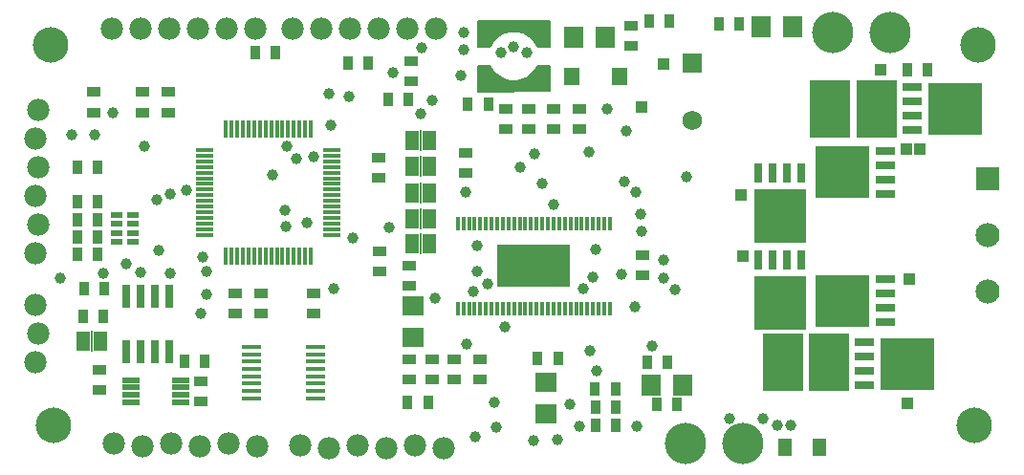
<source format=gts>
G75*
G70*
%OFA0B0*%
%FSLAX24Y24*%
%IPPOS*%
%LPD*%
%AMOC8*
5,1,8,0,0,1.08239X$1,22.5*
%
%ADD10R,0.0512X0.0355*%
%ADD11C,0.0780*%
%ADD12R,0.0620X0.0150*%
%ADD13R,0.0150X0.0620*%
%ADD14R,0.0160X0.0500*%
%ADD15R,0.2540X0.1460*%
%ADD16R,0.0437X0.0437*%
%ADD17R,0.0355X0.0512*%
%ADD18R,0.0540X0.0619*%
%ADD19R,0.0670X0.0749*%
%ADD20R,0.0749X0.0670*%
%ADD21R,0.0500X0.0670*%
%ADD22R,0.0060X0.0720*%
%ADD23R,0.0434X0.0237*%
%ADD24R,0.0512X0.0591*%
%ADD25R,0.0260X0.0820*%
%ADD26R,0.0138X0.0138*%
%ADD27C,0.0050*%
%ADD28C,0.1240*%
%ADD29C,0.1440*%
%ADD30C,0.0690*%
%ADD31R,0.0690X0.0690*%
%ADD32R,0.1420X0.2040*%
%ADD33R,0.0690X0.0276*%
%ADD34R,0.1851X0.1812*%
%ADD35R,0.0276X0.0690*%
%ADD36R,0.1812X0.1851*%
%ADD37R,0.0840X0.0840*%
%ADD38C,0.0840*%
%ADD39R,0.0600X0.0210*%
%ADD40R,0.0700X0.0180*%
%ADD41C,0.0396*%
%ADD42R,0.0396X0.0396*%
D10*
X003330Y002975D03*
X003330Y003684D03*
X006873Y003290D03*
X006873Y002582D03*
X008078Y005637D03*
X008979Y005645D03*
X008979Y006353D03*
X008078Y006345D03*
X010810Y006349D03*
X010810Y005641D03*
X013109Y007109D03*
X014129Y007318D03*
X013109Y007818D03*
X014129Y006609D03*
X014156Y004042D03*
X014944Y004038D03*
X015711Y004046D03*
X016621Y004046D03*
X016621Y003338D03*
X015711Y003338D03*
X014944Y003330D03*
X014156Y003334D03*
X022274Y006971D03*
X022274Y007680D03*
X016093Y010542D03*
X016093Y011251D03*
X017523Y012070D03*
X018298Y012070D03*
X019176Y012070D03*
X020062Y012070D03*
X020062Y012779D03*
X019176Y012779D03*
X018298Y012779D03*
X017523Y012779D03*
X014208Y013731D03*
X014208Y014440D03*
X013070Y011074D03*
X013070Y010365D03*
X005731Y012660D03*
X004857Y012660D03*
X004857Y013369D03*
X005731Y013369D03*
X003133Y013369D03*
X003133Y012660D03*
X021881Y014968D03*
X021881Y015676D03*
D11*
X015078Y015574D03*
X014078Y015574D03*
X013078Y015574D03*
X012078Y015574D03*
X011078Y015574D03*
X010078Y015574D03*
X008782Y015574D03*
X007782Y015574D03*
X006782Y015574D03*
X005782Y015574D03*
X004782Y015574D03*
X003782Y015574D03*
X001214Y012735D03*
X001114Y011735D03*
X001214Y010735D03*
X001114Y009735D03*
X001214Y008735D03*
X001114Y007735D03*
X001114Y005960D03*
X001214Y004960D03*
X001114Y003960D03*
X003841Y001107D03*
X004841Y001007D03*
X005841Y001107D03*
X006841Y001007D03*
X007841Y001107D03*
X008841Y001007D03*
X010337Y001057D03*
X011337Y000957D03*
X012337Y001057D03*
X013337Y000957D03*
X014337Y001057D03*
X015337Y000957D03*
D12*
X011437Y008385D03*
X011437Y008585D03*
X011437Y008785D03*
X011437Y008975D03*
X011437Y009175D03*
X011437Y009375D03*
X011437Y009565D03*
X011437Y009765D03*
X011437Y009965D03*
X011437Y010165D03*
X011437Y010355D03*
X011437Y010555D03*
X011437Y010755D03*
X011437Y010945D03*
X011437Y011145D03*
X011437Y011345D03*
X007017Y011345D03*
X007017Y011145D03*
X007017Y010945D03*
X007017Y010755D03*
X007017Y010555D03*
X007017Y010355D03*
X007017Y010165D03*
X007017Y009965D03*
X007017Y009765D03*
X007017Y009565D03*
X007017Y009375D03*
X007017Y009175D03*
X007017Y008975D03*
X007017Y008785D03*
X007017Y008585D03*
X007017Y008385D03*
D13*
X007747Y007655D03*
X007947Y007655D03*
X008147Y007655D03*
X008337Y007655D03*
X008537Y007655D03*
X008737Y007655D03*
X008927Y007655D03*
X009127Y007655D03*
X009327Y007655D03*
X009527Y007655D03*
X009717Y007655D03*
X009917Y007655D03*
X010117Y007655D03*
X010307Y007655D03*
X010507Y007655D03*
X010707Y007655D03*
X010707Y012075D03*
X010507Y012075D03*
X010307Y012075D03*
X010117Y012075D03*
X009917Y012075D03*
X009717Y012075D03*
X009527Y012075D03*
X009327Y012075D03*
X009127Y012075D03*
X008927Y012075D03*
X008737Y012075D03*
X008537Y012075D03*
X008337Y012075D03*
X008147Y012075D03*
X007947Y012075D03*
X007747Y012075D03*
D14*
X015827Y008786D03*
X016027Y008786D03*
X016227Y008786D03*
X016417Y008786D03*
X016617Y008786D03*
X016817Y008786D03*
X017007Y008786D03*
X017207Y008786D03*
X017407Y008786D03*
X017597Y008786D03*
X017797Y008786D03*
X017997Y008786D03*
X018187Y008786D03*
X018387Y008786D03*
X018587Y008786D03*
X018787Y008786D03*
X018977Y008786D03*
X019177Y008786D03*
X019377Y008786D03*
X019567Y008786D03*
X019767Y008786D03*
X019967Y008786D03*
X020157Y008786D03*
X020357Y008786D03*
X020557Y008786D03*
X020747Y008786D03*
X020947Y008786D03*
X021147Y008786D03*
X021147Y005826D03*
X020947Y005826D03*
X020747Y005826D03*
X020557Y005826D03*
X020357Y005826D03*
X020157Y005826D03*
X019967Y005826D03*
X019767Y005826D03*
X019567Y005826D03*
X019377Y005826D03*
X019177Y005826D03*
X018977Y005826D03*
X018787Y005826D03*
X018587Y005826D03*
X018387Y005826D03*
X018187Y005826D03*
X017997Y005826D03*
X017797Y005826D03*
X017597Y005826D03*
X017407Y005826D03*
X017207Y005826D03*
X017007Y005826D03*
X016817Y005826D03*
X016617Y005826D03*
X016417Y005826D03*
X016227Y005826D03*
X016027Y005826D03*
X015827Y005826D03*
D15*
X018487Y007306D03*
D16*
X018487Y007306D03*
X018987Y007306D03*
X019487Y007306D03*
X019487Y006806D03*
X018987Y006806D03*
X018487Y006806D03*
X017987Y006806D03*
X017487Y006806D03*
X017487Y007306D03*
X017987Y007306D03*
X017987Y007806D03*
X017487Y007806D03*
X018487Y007806D03*
X018987Y007806D03*
X019487Y007806D03*
X026562Y008495D03*
X027062Y008495D03*
X027562Y008495D03*
X027562Y008995D03*
X027062Y008995D03*
X026562Y008995D03*
X026562Y009495D03*
X027062Y009495D03*
X027562Y009495D03*
X028708Y010074D03*
X029208Y010074D03*
X029708Y010074D03*
X029708Y010574D03*
X029208Y010574D03*
X028708Y010574D03*
X028708Y011074D03*
X029208Y011074D03*
X029708Y011074D03*
X032708Y012279D03*
X033208Y012279D03*
X033708Y012279D03*
X033708Y012779D03*
X033208Y012779D03*
X032708Y012779D03*
X032708Y013279D03*
X033208Y013279D03*
X033708Y013279D03*
X029708Y006586D03*
X029208Y006586D03*
X028708Y006586D03*
X028708Y006086D03*
X029208Y006086D03*
X029708Y006086D03*
X029708Y005586D03*
X029208Y005586D03*
X028708Y005586D03*
X027562Y005479D03*
X027062Y005479D03*
X026562Y005479D03*
X026562Y005979D03*
X027062Y005979D03*
X027562Y005979D03*
X027562Y006479D03*
X027062Y006479D03*
X026562Y006479D03*
X031042Y004381D03*
X031542Y004381D03*
X032042Y004381D03*
X032042Y003881D03*
X031542Y003881D03*
X031042Y003881D03*
X031042Y003381D03*
X031542Y003381D03*
X032042Y003381D03*
D17*
X023475Y002471D03*
X022767Y002471D03*
X021337Y002389D03*
X020629Y002389D03*
X020621Y003027D03*
X021330Y003027D03*
X022432Y003936D03*
X023141Y003936D03*
X019326Y004062D03*
X018617Y004062D03*
X014798Y002546D03*
X014089Y002546D03*
X020629Y001739D03*
X021337Y001739D03*
X007023Y003991D03*
X006314Y003991D03*
X003467Y005546D03*
X002759Y005546D03*
X002794Y006495D03*
X003503Y006495D03*
X003271Y007727D03*
X002562Y007727D03*
X002562Y008318D03*
X003271Y008318D03*
X003271Y008908D03*
X002562Y008908D03*
X002562Y009550D03*
X003271Y009550D03*
X003278Y010747D03*
X002570Y010747D03*
X008778Y014747D03*
X009487Y014747D03*
X011999Y014373D03*
X012708Y014373D03*
X013404Y013105D03*
X014113Y013105D03*
X016188Y012936D03*
X016897Y012936D03*
X022503Y015842D03*
X023211Y015842D03*
X024936Y015751D03*
X025645Y015751D03*
X031511Y014153D03*
X032219Y014153D03*
D18*
X021487Y013901D03*
X019794Y013901D03*
D19*
X019877Y015286D03*
X020979Y015286D03*
X026400Y015656D03*
X027503Y015656D03*
X023684Y003156D03*
X022582Y003156D03*
D20*
X018916Y003259D03*
X018916Y002156D03*
X014278Y004802D03*
X014278Y005905D03*
D21*
X014250Y008062D03*
X014850Y008062D03*
X014850Y008952D03*
X014250Y008952D03*
X014250Y009857D03*
X014850Y009857D03*
X014850Y010763D03*
X014250Y010763D03*
X014250Y011676D03*
X014850Y011676D03*
X003358Y004676D03*
X002758Y004676D03*
D22*
X003058Y004676D03*
X014550Y008062D03*
X014550Y008952D03*
X014550Y009857D03*
X014550Y010763D03*
X014550Y011676D03*
D23*
X004491Y009078D03*
X004491Y008763D03*
X004491Y008448D03*
X004491Y008133D03*
X003940Y008133D03*
X003940Y008448D03*
X003940Y008763D03*
X003940Y009078D03*
D24*
X027243Y000991D03*
X028424Y000991D03*
D25*
X005784Y004305D03*
X005284Y004305D03*
X004784Y004305D03*
X004284Y004305D03*
X004284Y006245D03*
X004784Y006245D03*
X005284Y006245D03*
X005784Y006245D03*
D26*
X017790Y013562D03*
X017774Y015696D03*
D27*
X017688Y015491D02*
X017448Y015432D01*
X017243Y015306D01*
X017101Y015188D01*
X016952Y014956D01*
X016542Y014956D01*
X016542Y015849D01*
X019030Y015845D01*
X019030Y015814D01*
X019030Y015806D01*
X019030Y014960D01*
X018625Y014960D01*
X018456Y015200D01*
X018274Y015353D01*
X018093Y015448D01*
X017900Y015491D01*
X017688Y015491D01*
X017552Y015458D02*
X016542Y015458D01*
X016542Y015506D02*
X019030Y015506D01*
X019030Y015458D02*
X018049Y015458D01*
X018167Y015409D02*
X019030Y015409D01*
X019030Y015361D02*
X018260Y015361D01*
X018323Y015312D02*
X019030Y015312D01*
X019030Y015264D02*
X018380Y015264D01*
X018437Y015215D02*
X019030Y015215D01*
X019030Y015167D02*
X018479Y015167D01*
X018513Y015118D02*
X019030Y015118D01*
X019030Y015070D02*
X018547Y015070D01*
X018581Y015021D02*
X019030Y015021D01*
X019030Y014973D02*
X018616Y014973D01*
X017411Y015409D02*
X016542Y015409D01*
X016542Y015361D02*
X017332Y015361D01*
X017253Y015312D02*
X016542Y015312D01*
X016542Y015264D02*
X017192Y015264D01*
X017134Y015215D02*
X016542Y015215D01*
X016542Y015167D02*
X017088Y015167D01*
X017056Y015118D02*
X016542Y015118D01*
X016542Y015070D02*
X017025Y015070D01*
X016994Y015021D02*
X016542Y015021D01*
X016542Y014973D02*
X016963Y014973D01*
X016952Y014286D02*
X016542Y014286D01*
X016542Y013393D01*
X019030Y013397D01*
X019030Y014282D01*
X018625Y014282D01*
X018456Y014042D01*
X018274Y013889D01*
X018093Y013794D01*
X017900Y013751D01*
X017688Y013751D01*
X017448Y013810D01*
X017243Y013936D01*
X017101Y014054D01*
X016952Y014286D01*
X016978Y014245D02*
X016542Y014245D01*
X016542Y014197D02*
X017009Y014197D01*
X017041Y014148D02*
X016542Y014148D01*
X016542Y014100D02*
X017072Y014100D01*
X017105Y014051D02*
X016542Y014051D01*
X016542Y014003D02*
X017163Y014003D01*
X017221Y013954D02*
X016542Y013954D01*
X016542Y013906D02*
X017292Y013906D01*
X017371Y013857D02*
X016542Y013857D01*
X016542Y013809D02*
X017453Y013809D01*
X017650Y013760D02*
X016542Y013760D01*
X016542Y013712D02*
X019030Y013712D01*
X019030Y013760D02*
X017941Y013760D01*
X018121Y013809D02*
X019030Y013809D01*
X019030Y013857D02*
X018214Y013857D01*
X018294Y013906D02*
X019030Y013906D01*
X019030Y013954D02*
X018352Y013954D01*
X018409Y014003D02*
X019030Y014003D01*
X019030Y014051D02*
X018462Y014051D01*
X018496Y014100D02*
X019030Y014100D01*
X019030Y014148D02*
X018530Y014148D01*
X018564Y014197D02*
X019030Y014197D01*
X019030Y014245D02*
X018599Y014245D01*
X019030Y013663D02*
X016542Y013663D01*
X016542Y013615D02*
X019030Y013615D01*
X019030Y013566D02*
X016542Y013566D01*
X016542Y013518D02*
X019030Y013518D01*
X019030Y013469D02*
X016542Y013469D01*
X016542Y013421D02*
X019030Y013421D01*
X019030Y015555D02*
X016542Y015555D01*
X016542Y015603D02*
X019030Y015603D01*
X019030Y015652D02*
X016542Y015652D01*
X016542Y015700D02*
X019030Y015700D01*
X019030Y015749D02*
X016542Y015749D01*
X016542Y015797D02*
X019030Y015797D01*
X018888Y015846D02*
X016542Y015846D01*
D28*
X001755Y001755D03*
X001637Y015023D03*
X033841Y001755D03*
X033960Y015023D03*
D29*
X030904Y015456D03*
X028904Y015456D03*
X025786Y001125D03*
X023786Y001125D03*
D30*
X024017Y012372D03*
D31*
X024017Y014372D03*
D32*
X028812Y012767D03*
X030442Y012767D03*
X028789Y003948D03*
X027159Y003948D03*
D33*
X029999Y004131D03*
X029999Y004631D03*
X030751Y005336D03*
X030751Y005836D03*
X030751Y006336D03*
X030751Y006836D03*
X030751Y009824D03*
X030751Y010324D03*
X030751Y010824D03*
X030751Y011324D03*
X031664Y012029D03*
X031664Y012529D03*
X031664Y013029D03*
X031664Y013529D03*
X029999Y003631D03*
X029999Y003131D03*
D34*
X031495Y003881D03*
X029255Y006086D03*
X029255Y010574D03*
X033160Y012779D03*
D35*
X027812Y010538D03*
X027312Y010538D03*
X026812Y010538D03*
X026312Y010538D03*
X026312Y007523D03*
X026812Y007523D03*
X027312Y007523D03*
X027812Y007523D03*
D36*
X027062Y006027D03*
X027062Y009042D03*
D37*
X034302Y010338D03*
D38*
X034302Y008369D03*
X034302Y006401D03*
D39*
X006158Y003316D03*
X006158Y003066D03*
X006158Y002806D03*
X006158Y002556D03*
X004438Y002556D03*
X004438Y002806D03*
X004438Y003066D03*
X004438Y003316D03*
D40*
X008649Y003206D03*
X008649Y003456D03*
X008649Y003716D03*
X008649Y003966D03*
X008649Y004226D03*
X008649Y004486D03*
X010869Y004486D03*
X010869Y004226D03*
X010869Y003966D03*
X010869Y003716D03*
X010869Y003456D03*
X010869Y003206D03*
X010869Y002946D03*
X010869Y002686D03*
X008649Y002686D03*
X008649Y002946D03*
D41*
X006881Y005656D03*
X007070Y006322D03*
X007070Y007109D03*
X006924Y007605D03*
X005810Y007034D03*
X004778Y007070D03*
X004286Y007377D03*
X003471Y007038D03*
X001960Y006865D03*
X005397Y007842D03*
X005337Y009605D03*
X005802Y009822D03*
X006373Y009928D03*
X004897Y011491D03*
X003172Y011873D03*
X002385Y011873D03*
X003822Y012660D03*
X009389Y010479D03*
X010219Y011046D03*
X010822Y011105D03*
X009861Y011483D03*
X011400Y012227D03*
X011337Y013302D03*
X012038Y013216D03*
X013582Y014058D03*
X014558Y014901D03*
X016046Y014842D03*
X016046Y015436D03*
X017326Y014731D03*
X017786Y014944D03*
X018231Y014731D03*
X015928Y013960D03*
X014944Y013070D03*
X014550Y012621D03*
X018011Y010755D03*
X018507Y011212D03*
X020412Y011282D03*
X021704Y012019D03*
X021046Y012779D03*
X023802Y010416D03*
X022030Y009865D03*
X021637Y010259D03*
X019176Y009444D03*
X018771Y010176D03*
X016117Y009861D03*
X013432Y008645D03*
X012188Y008290D03*
X010562Y008822D03*
X009826Y008684D03*
X009814Y009259D03*
X011503Y006523D03*
X015054Y006180D03*
X016361Y006412D03*
X016889Y006688D03*
X016519Y007109D03*
X016519Y007999D03*
X020208Y006515D03*
X020554Y006924D03*
X021554Y007015D03*
X023015Y006873D03*
X023408Y006479D03*
X022015Y005865D03*
X022621Y004511D03*
X020684Y003637D03*
X020456Y004353D03*
X017463Y005184D03*
X016149Y004586D03*
X017097Y002554D03*
X017180Y001684D03*
X016456Y001357D03*
X018487Y001204D03*
X019298Y001239D03*
X020074Y001727D03*
X019727Y002471D03*
X022058Y001700D03*
X025302Y001991D03*
X026479Y001991D03*
X026963Y001735D03*
X027432Y001735D03*
X022999Y007523D03*
X022239Y008519D03*
X022219Y009097D03*
X020649Y007873D03*
D42*
X025771Y007660D03*
X025696Y009771D03*
X031471Y011393D03*
X031956Y011393D03*
X030570Y014153D03*
X023015Y014353D03*
X022227Y012838D03*
X031589Y006834D03*
X031503Y002511D03*
M02*

</source>
